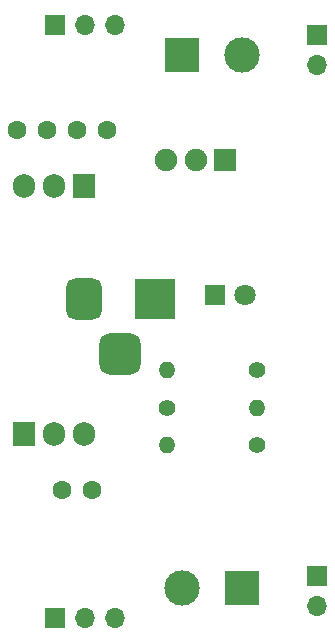
<source format=gts>
%TF.GenerationSoftware,KiCad,Pcbnew,7.0.8-7.0.8~ubuntu22.04.1*%
%TF.CreationDate,2023-11-02T18:58:55-04:00*%
%TF.ProjectId,kicad_psu,6b696361-645f-4707-9375-2e6b69636164,rev?*%
%TF.SameCoordinates,Original*%
%TF.FileFunction,Soldermask,Top*%
%TF.FilePolarity,Negative*%
%FSLAX46Y46*%
G04 Gerber Fmt 4.6, Leading zero omitted, Abs format (unit mm)*
G04 Created by KiCad (PCBNEW 7.0.8-7.0.8~ubuntu22.04.1) date 2023-11-02 18:58:55*
%MOMM*%
%LPD*%
G01*
G04 APERTURE LIST*
G04 Aperture macros list*
%AMRoundRect*
0 Rectangle with rounded corners*
0 $1 Rounding radius*
0 $2 $3 $4 $5 $6 $7 $8 $9 X,Y pos of 4 corners*
0 Add a 4 corners polygon primitive as box body*
4,1,4,$2,$3,$4,$5,$6,$7,$8,$9,$2,$3,0*
0 Add four circle primitives for the rounded corners*
1,1,$1+$1,$2,$3*
1,1,$1+$1,$4,$5*
1,1,$1+$1,$6,$7*
1,1,$1+$1,$8,$9*
0 Add four rect primitives between the rounded corners*
20,1,$1+$1,$2,$3,$4,$5,0*
20,1,$1+$1,$4,$5,$6,$7,0*
20,1,$1+$1,$6,$7,$8,$9,0*
20,1,$1+$1,$8,$9,$2,$3,0*%
G04 Aperture macros list end*
%ADD10C,1.600000*%
%ADD11C,1.400000*%
%ADD12O,1.400000X1.400000*%
%ADD13R,1.700000X1.700000*%
%ADD14O,1.700000X1.700000*%
%ADD15R,3.000000X3.000000*%
%ADD16C,3.000000*%
%ADD17R,1.900000X1.900000*%
%ADD18C,1.900000*%
%ADD19R,1.905000X2.000000*%
%ADD20O,1.905000X2.000000*%
%ADD21R,3.500000X3.500000*%
%ADD22RoundRect,0.750000X-0.750000X-1.000000X0.750000X-1.000000X0.750000X1.000000X-0.750000X1.000000X0*%
%ADD23RoundRect,0.875000X-0.875000X-0.875000X0.875000X-0.875000X0.875000X0.875000X-0.875000X0.875000X0*%
%ADD24R,1.800000X1.800000*%
%ADD25C,1.800000*%
G04 APERTURE END LIST*
D10*
%TO.C,C3*%
X81300000Y-103505000D03*
X83800000Y-103505000D03*
%TD*%
%TO.C,C2*%
X77510000Y-73025000D03*
X80010000Y-73025000D03*
%TD*%
D11*
%TO.C,R1*%
X97810000Y-93345000D03*
D12*
X90190000Y-93345000D03*
%TD*%
D10*
%TO.C,C1*%
X82570000Y-73025000D03*
X85070000Y-73025000D03*
%TD*%
D13*
%TO.C,J6*%
X102900000Y-110750000D03*
D14*
X102900000Y-113290000D03*
%TD*%
D13*
%TO.C,J2*%
X80660000Y-64135000D03*
D14*
X83200000Y-64135000D03*
X85740000Y-64135000D03*
%TD*%
D15*
%TO.C,J5*%
X91440000Y-66675000D03*
D16*
X96520000Y-66675000D03*
%TD*%
D15*
%TO.C,J7*%
X96520000Y-111760000D03*
D16*
X91440000Y-111760000D03*
%TD*%
D17*
%TO.C,S1*%
X95090000Y-75565000D03*
D18*
X92590000Y-75565000D03*
X90090000Y-75565000D03*
%TD*%
D19*
%TO.C,U1*%
X83185000Y-77795000D03*
D20*
X80645000Y-77795000D03*
X78105000Y-77795000D03*
%TD*%
D13*
%TO.C,J4*%
X102900000Y-65000000D03*
D14*
X102900000Y-67540000D03*
%TD*%
D12*
%TO.C,R2*%
X90190000Y-99695000D03*
D11*
X97810000Y-99695000D03*
%TD*%
D21*
%TO.C,J1*%
X89185000Y-87307500D03*
D22*
X83185000Y-87307500D03*
D23*
X86185000Y-92007500D03*
%TD*%
D20*
%TO.C,U2*%
X83185000Y-98735000D03*
X80645000Y-98735000D03*
D19*
X78105000Y-98735000D03*
%TD*%
D24*
%TO.C,D1*%
X94260000Y-86995000D03*
D25*
X96800000Y-86995000D03*
%TD*%
D13*
%TO.C,J3*%
X80660000Y-114300000D03*
D14*
X83200000Y-114300000D03*
X85740000Y-114300000D03*
%TD*%
D12*
%TO.C,R3*%
X97810000Y-96520000D03*
D11*
X90190000Y-96520000D03*
%TD*%
M02*

</source>
